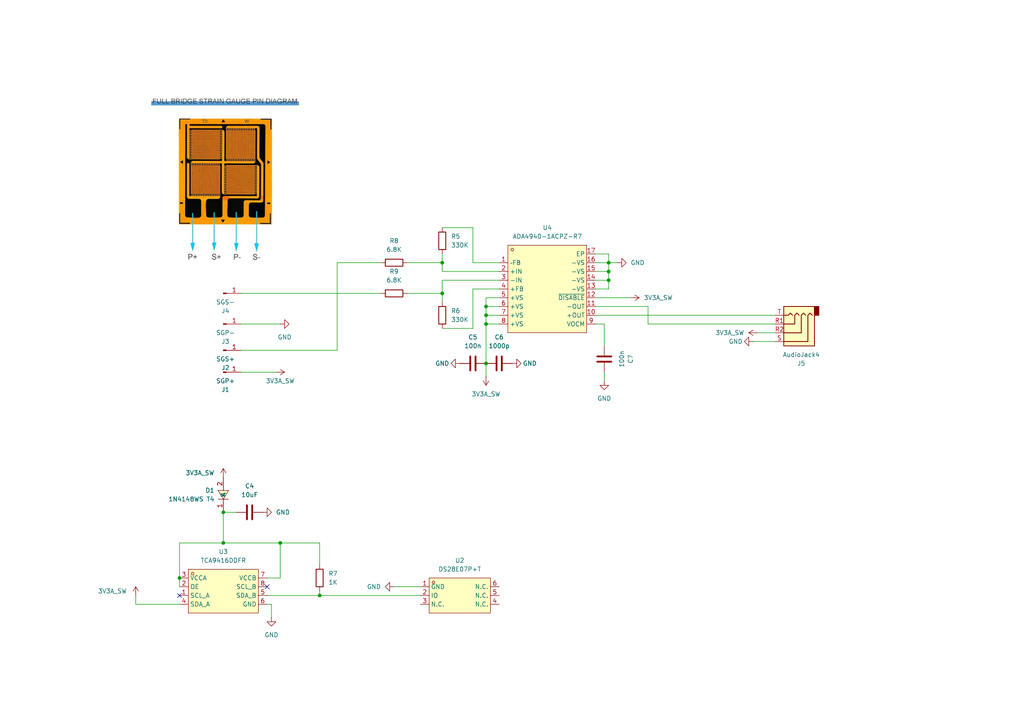
<source format=kicad_sch>
(kicad_sch (version 20231120) (generator "eeschema") (generator_version "8.0")
  (paper "A4")
  (lib_symbols
    (symbol "Connector:Conn_01x01_Pin" (pin_names (offset 1.016) hide)
      (property "Reference" "J" (at 0 2.54 0))
      (property "Value" "Conn_01x01_Pin" (at 0 -2.54 0))
      (symbol "Conn_01x01_Pin_1_1"
        (polyline (pts (xy 1.27 0) (xy 0.8636 0)) (stroke (width 0.1524)))
        (rectangle (start 0.8636 0.127) (end 0 -0.127) (stroke (width 0.1524)) (fill (type outline)))
        (pin passive line (at 5.08 0 180) (length 3.81) (name "Pin_1") (number "1"))
      )
    )
    (symbol "Connector_Audio:AudioJack4"
      (property "Reference" "J" (at 0 8.89 0))
      (property "Value" "AudioJack4" (at 0 6.35 0))
      (symbol "AudioJack4_0_1"
        (rectangle (start -6.35 -5.08) (end -7.62 -7.62) (stroke (width 0.254)) (fill (type outline)))
        (polyline (pts (xy 0 -5.08) (xy 0.635 -5.715) (xy 1.27 -5.08) (xy 2.54 -5.08)) (stroke (width 0.254)))
        (polyline (pts (xy -5.715 -5.08) (xy -5.08 -5.715) (xy -4.445 -5.08) (xy -4.445 2.54) (xy 2.54 2.54)) (stroke (width 0.254)))
        (polyline (pts (xy -1.905 -5.08) (xy -1.27 -5.715) (xy -0.635 -5.08) (xy -0.635 -2.54) (xy 2.54 -2.54)) (stroke (width 0.254)))
        (polyline (pts (xy 2.54 0) (xy -2.54 0) (xy -2.54 -5.08) (xy -3.175 -5.715) (xy -3.81 -5.08)) (stroke (width 0.254)))
        (rectangle (start 2.54 3.81) (end -6.35 -7.62) (stroke (width 0.254)) (fill (type background)))
      )
      (symbol "AudioJack4_1_1"
        (pin passive line (at 5.08 -2.54 180) (length 2.54) (name "~") (number "R1"))
        (pin passive line (at 5.08 0 180) (length 2.54) (name "~") (number "R2"))
        (pin passive line (at 5.08 2.54 180) (length 2.54) (name "~") (number "S"))
        (pin passive line (at 5.08 -5.08 180) (length 2.54) (name "~") (number "T"))
      )
    )
    (symbol "Device:C" (pin_numbers hide) (pin_names (offset 0.254))
      (property "Reference" "C" (at 0.635 2.54 0))
      (property "Value" "C" (at 0.635 -2.54 0))
      (symbol "C_0_1"
        (polyline (pts (xy -2.032 -0.762) (xy 2.032 -0.762)) (stroke (width 0.508)))
        (polyline (pts (xy -2.032 0.762) (xy 2.032 0.762)) (stroke (width 0.508)))
      )
      (symbol "C_1_1"
        (pin passive line (at 0 3.81 270) (length 2.794) (name "~") (number "1"))
        (pin passive line (at 0 -3.81 90) (length 2.794) (name "~") (number "2"))
      )
    )
    (symbol "Device:R" (pin_numbers hide) (pin_names (offset 0))
      (property "Reference" "R" (at 2.032 0 90))
      (property "Value" "R" (at 0 0 90))
      (symbol "R_0_1"
        (rectangle (start -1.016 -2.54) (end 1.016 2.54) (stroke (width 0.254)))
      )
      (symbol "R_1_1"
        (pin passive line (at 0 3.81 270) (length 1.27) (name "~") (number "1"))
        (pin passive line (at 0 -3.81 90) (length 1.27) (name "~") (number "2"))
      )
    )
    (symbol "Rocketry_Easyeda:1N4148WST4"
      (property "Reference" "D" (at 0 5.08 0))
      (property "Value" "1N4148WS T4" (at 0 -5.08 0))
      (symbol "1N4148WST4_0_1"
        (polyline (pts (xy -1.27 -1.52) (xy -1.27 1.52)))
        (polyline (pts (xy 1.27 1.52) (xy -1.27 0) (xy 1.27 -1.52) (xy 1.27 1.52)) (fill (type background)))
        (pin unspecified line (at -5.08 0 0) (length 3.81) (name "K") (number "1"))
        (pin unspecified line (at 5.08 0 180) (length 3.81) (name "A") (number "2"))
      )
    )
    (symbol "Rocketry_Easyeda:ADA4940-1ACPZ-R7"
      (property "Reference" "U" (at 0 15.24 0))
      (property "Value" "ADA4940-1ACPZ-R7" (at 0 -15.24 0))
      (symbol "ADA4940-1ACPZ-R7_0_1"
        (rectangle (start -11.43 12.7) (end 11.43 -12.7) (fill (type background)))
        (circle (center -10.16 11.43) (radius 0.38))
        (pin unspecified line (at -13.97 7.62 0) (length 2.54) (name "–FB") (number "1"))
        (pin unspecified line (at 13.97 -7.62 180) (length 2.54) (name "+OUT") (number "10"))
        (pin unspecified line (at 13.97 -5.08 180) (length 2.54) (name "-OUT") (number "11"))
        (pin unspecified line (at 13.97 -2.54 180) (length 2.54) (name "~{DISABLE}") (number "12"))
        (pin unspecified line (at 13.97 0 180) (length 2.54) (name "-VS") (number "13"))
        (pin unspecified line (at 13.97 2.54 180) (length 2.54) (name "-VS") (number "14"))
        (pin unspecified line (at 13.97 5.08 180) (length 2.54) (name "-VS") (number "15"))
        (pin unspecified line (at 13.97 7.62 180) (length 2.54) (name "-VS") (number "16"))
        (pin unspecified line (at 13.97 10.16 180) (length 2.54) (name "EP") (number "17"))
        (pin unspecified line (at -13.97 5.08 0) (length 2.54) (name "+IN") (number "2"))
        (pin unspecified line (at -13.97 2.54 0) (length 2.54) (name "-IN") (number "3"))
        (pin unspecified line (at -13.97 0 0) (length 2.54) (name "+FB") (number "4"))
        (pin unspecified line (at -13.97 -2.54 0) (length 2.54) (name "+VS") (number "5"))
        (pin unspecified line (at -13.97 -5.08 0) (length 2.54) (name "+VS") (number "6"))
        (pin unspecified line (at -13.97 -7.62 0) (length 2.54) (name "+VS") (number "7"))
        (pin unspecified line (at -13.97 -10.16 0) (length 2.54) (name "+VS") (number "8"))
        (pin unspecified line (at 13.97 -10.16 180) (length 2.54) (name "VOCM") (number "9"))
      )
    )
    (symbol "Rocketry_Easyeda:DS28E07P+T"
      (property "Reference" "U" (at 0 7.62 0))
      (property "Value" "DS28E07P+T" (at 0 -7.62 0))
      (symbol "DS28E07P+T_0_1"
        (rectangle (start -8.89 5.08) (end 8.89 -5.08) (fill (type background)))
        (circle (center -7.62 3.81) (radius 0.38))
        (pin unspecified line (at -11.43 2.54 0) (length 2.54) (name "GND") (number "1"))
        (pin unspecified line (at -11.43 0 0) (length 2.54) (name "IO") (number "2"))
        (pin unspecified line (at -11.43 -2.54 0) (length 2.54) (name "N.C.") (number "3"))
        (pin unspecified line (at 11.43 -2.54 180) (length 2.54) (name "N.C.") (number "4"))
        (pin unspecified line (at 11.43 0 180) (length 2.54) (name "N.C.") (number "5"))
        (pin unspecified line (at 11.43 2.54 180) (length 2.54) (name "N.C.") (number "6"))
      )
    )
    (symbol "Rocketry_Easyeda:TCA9416DDFR"
      (property "Reference" "U" (at 0 8.89 0))
      (property "Value" "TCA9416DDFR" (at 0 -8.89 0))
      (symbol "TCA9416DDFR_0_1"
        (rectangle (start -10.16 6.35) (end 10.16 -6.35) (fill (type background)))
        (circle (center -8.89 5.08) (radius 0.38))
        (pin unspecified line (at -12.7 -1.27 0) (length 2.54) (name "SCL_A") (number "1"))
        (pin unspecified line (at -12.7 1.27 0) (length 2.54) (name "OE") (number "2"))
        (pin unspecified line (at -12.7 3.81 0) (length 2.54) (name "VCCA") (number "3"))
        (pin unspecified line (at -12.7 -3.81 0) (length 2.54) (name "SDA_A") (number "4"))
        (pin unspecified line (at 12.7 -1.27 180) (length 2.54) (name "SDA_B") (number "5"))
        (pin unspecified line (at 12.7 -3.81 180) (length 2.54) (name "GND") (number "6"))
        (pin unspecified line (at 12.7 3.81 180) (length 2.54) (name "VCCB") (number "7"))
        (pin unspecified line (at 12.7 1.27 180) (length 2.54) (name "SCL_B") (number "8"))
      )
    )
    (symbol "power:+3.3V" (power) (pin_numbers hide) (pin_names (offset 0) hide)
      (property "Value" "+3.3V" (at 0 3.556 0))
      (symbol "+3.3V_0_1"
        (polyline (pts (xy -0.762 1.27) (xy 0 2.54)))
        (polyline (pts (xy 0 0) (xy 0 2.54)))
        (polyline (pts (xy 0 2.54) (xy 0.762 1.27)))
      )
      (symbol "+3.3V_1_1"
        (pin power_in line (at 0 0 90) (length 0) (name "~") (number "1"))
      )
    )
    (symbol "power:GND" (power) (pin_numbers hide) (pin_names (offset 0) hide)
      (property "Value" "GND" (at 0 -3.81 0))
      (symbol "GND_0_1"
        (polyline (pts (xy 0 0) (xy 0 -1.27) (xy 1.27 -1.27) (xy 0 -2.54) (xy -1.27 -1.27) (xy 0 -1.27)))
      )
      (symbol "GND_1_1"
        (pin power_in line (at 0 0 270) (length 0) (name "~") (number "1"))
      )
    )
  )
  (junction (at 128.27 85.09))
  (junction (at 140.97 88.9))
  (junction (at 64.77 157.48))
  (junction (at 176.53 76.2))
  (junction (at 92.71 172.72))
  (junction (at 140.97 105.41))
  (junction (at 176.53 81.28))
  (junction (at 81.28 157.48))
  (junction (at 140.97 91.44))
  (junction (at 52.07 167.64))
  (junction (at 140.97 93.98))
  (junction (at 64.77 148.59))
  (junction (at 128.27 76.2))
  (junction (at 176.53 78.74))
  (no_connect (at 52.07 172.72))
  (no_connect (at 77.47 170.18))
  (wire (pts (xy 137.16 76.2) (xy 144.78 76.2)))
  (wire (pts (xy 176.53 76.2) (xy 179.07 76.2)))
  (wire (pts (xy 175.26 100.33) (xy 175.26 93.98)))
  (wire (pts (xy 64.77 157.48) (xy 52.07 157.48)))
  (wire (pts (xy 137.16 66.04) (xy 137.16 76.2)))
  (wire (pts (xy 52.07 167.64) (xy 52.07 170.18)))
  (wire (pts (xy 78.74 179.07) (xy 78.74 175.26)))
  (wire (pts (xy 128.27 76.2) (xy 128.27 73.66)))
  (wire (pts (xy 114.3 170.18) (xy 121.92 170.18)))
  (wire (pts (xy 81.28 157.48) (xy 64.77 157.48)))
  (wire (pts (xy 64.77 148.59) (xy 68.58 148.59)))
  (wire (pts (xy 137.16 95.25) (xy 137.16 83.82)))
  (wire (pts (xy 175.26 93.98) (xy 172.72 93.98)))
  (wire (pts (xy 172.72 76.2) (xy 176.53 76.2)))
  (wire (pts (xy 80.01 107.95) (xy 69.85 107.95)))
  (wire (pts (xy 172.72 73.66) (xy 176.53 73.66)))
  (wire (pts (xy 172.72 83.82) (xy 176.53 83.82)))
  (wire (pts (xy 128.27 78.74) (xy 128.27 76.2)))
  (wire (pts (xy 69.85 93.98) (xy 81.28 93.98)))
  (wire (pts (xy 144.78 78.74) (xy 128.27 78.74)))
  (wire (pts (xy 92.71 163.83) (xy 92.71 157.48)))
  (wire (pts (xy 92.71 157.48) (xy 81.28 157.48)))
  (wire (pts (xy 187.96 93.98) (xy 187.96 88.9)))
  (wire (pts (xy 97.79 101.6) (xy 97.79 76.2)))
  (wire (pts (xy 187.96 93.98) (xy 224.79 93.98)))
  (wire (pts (xy 78.74 175.26) (xy 77.47 175.26)))
  (wire (pts (xy 39.37 172.72) (xy 39.37 175.26)))
  (wire (pts (xy 140.97 86.36) (xy 144.78 86.36)))
  (wire (pts (xy 64.77 148.59) (xy 64.77 157.48)))
  (wire (pts (xy 92.71 172.72) (xy 121.92 172.72)))
  (wire (pts (xy 176.53 78.74) (xy 176.53 81.28)))
  (wire (pts (xy 140.97 93.98) (xy 140.97 105.41)))
  (wire (pts (xy 92.71 172.72) (xy 77.47 172.72)))
  (wire (pts (xy 176.53 73.66) (xy 176.53 76.2)))
  (wire (pts (xy 172.72 81.28) (xy 176.53 81.28)))
  (wire (pts (xy 128.27 95.25) (xy 137.16 95.25)))
  (wire (pts (xy 140.97 88.9) (xy 144.78 88.9)))
  (wire (pts (xy 224.79 99.06) (xy 218.44 99.06)))
  (wire (pts (xy 176.53 76.2) (xy 176.53 78.74)))
  (wire (pts (xy 140.97 105.41) (xy 140.97 109.22)))
  (wire (pts (xy 224.79 96.52) (xy 219.71 96.52)))
  (wire (pts (xy 77.47 167.64) (xy 81.28 167.64)))
  (wire (pts (xy 172.72 86.36) (xy 182.88 86.36)))
  (wire (pts (xy 140.97 91.44) (xy 140.97 93.98)))
  (wire (pts (xy 140.97 86.36) (xy 140.97 88.9)))
  (wire (pts (xy 187.96 88.9) (xy 172.72 88.9)))
  (wire (pts (xy 172.72 91.44) (xy 224.79 91.44)))
  (wire (pts (xy 140.97 93.98) (xy 144.78 93.98)))
  (wire (pts (xy 137.16 83.82) (xy 144.78 83.82)))
  (wire (pts (xy 69.85 101.6) (xy 97.79 101.6)))
  (wire (pts (xy 176.53 81.28) (xy 176.53 83.82)))
  (wire (pts (xy 172.72 78.74) (xy 176.53 78.74)))
  (wire (pts (xy 97.79 76.2) (xy 110.49 76.2)))
  (wire (pts (xy 140.97 88.9) (xy 140.97 91.44)))
  (wire (pts (xy 118.11 76.2) (xy 128.27 76.2)))
  (wire (pts (xy 81.28 167.64) (xy 81.28 157.48)))
  (wire (pts (xy 144.78 81.28) (xy 128.27 81.28)))
  (wire (pts (xy 128.27 85.09) (xy 128.27 87.63)))
  (wire (pts (xy 128.27 66.04) (xy 137.16 66.04)))
  (wire (pts (xy 128.27 81.28) (xy 128.27 85.09)))
  (wire (pts (xy 175.26 110.49) (xy 175.26 107.95)))
  (wire (pts (xy 52.07 157.48) (xy 52.07 167.64)))
  (wire (pts (xy 92.71 171.45) (xy 92.71 172.72)))
  (wire (pts (xy 39.37 175.26) (xy 52.07 175.26)))
  (wire (pts (xy 118.11 85.09) (xy 128.27 85.09)))
  (wire (pts (xy 69.85 85.09) (xy 110.49 85.09)))
  (wire (pts (xy 144.78 91.44) (xy 140.97 91.44)))
  (image (at 64.77 52.07) (scale 0.47359))
  (symbol (lib_id "power:+3.3V") (at 39.37 172.72 0) (unit 1)
    (property "Reference" "#PWR018" (effects (hide yes)))
    (property "Value" "3V3A_SW" (at 36.83 171.4499 0) (effects (justify right)))
    (property "Description" "Power symbol creates a global label with name \"+3.3V\"" (effects (hide yes)))
  )
  (symbol (lib_id "Device:C") (at 137.16 105.41 270) (unit 1)
    (property "Reference" "C5" (at 137.16 97.79 90))
    (property "Value" "100n" (at 137.16 100.33 90))
    (property "Footprint" "Capacitor_SMD:C_0402_1005Metric" (effects (hide yes)))
    (property "Description" "Unpolarized capacitor" (effects (hide yes)))
  )
  (symbol (lib_id "Device:C") (at 144.78 105.41 270) (unit 1)
    (property "Reference" "C6" (at 144.78 97.79 90))
    (property "Value" "1000p" (at 144.78 100.33 90))
    (property "Footprint" "Capacitor_SMD:C_0402_1005Metric" (effects (hide yes)))
    (property "Description" "Unpolarized capacitor" (effects (hide yes)))
  )
  (symbol (lib_id "power:GND") (at 175.26 110.49 0) (unit 1)
    (property "Reference" "#PWR021" (effects (hide yes)))
    (property "Value" "GND" (at 175.26 115.57 0))
    (property "Description" "Power symbol creates a global label with name \"GND\" , ground" (effects (hide yes)))
  )
  (symbol (lib_id "Device:R") (at 128.27 69.85 180) (unit 1)
    (property "Reference" "R5" (at 130.81 68.5799 0) (effects (justify right)))
    (property "Value" "330K" (at 130.81 71.1199 0) (effects (justify right)))
    (property "Footprint" "Resistor_SMD:R_0603_1608Metric_Pad0.98x0.95mm_HandSolder" (effects (hide yes)))
    (property "Description" "Resistor" (effects (hide yes)))
  )
  (symbol (lib_id "Connector_Audio:AudioJack4") (at 229.87 96.52 180) (unit 1)
    (property "Reference" "J5" (at 232.41 105.41 0))
    (property "Value" "AudioJack4" (at 232.41 102.87 0))
    (property "Footprint" "Rocketry_Manual:AUDIO-TH_PJ-320A-4P-DIP" (effects (hide yes)))
    (property "Description" "Audio Jack, 4 Poles (TRRS)" (effects (hide yes)))
  )
  (symbol (lib_id "Connector:Conn_01x01_Pin") (at 64.77 85.09 0) (unit 1)
    (property "Reference" "J4" (at 65.405 90.17 0))
    (property "Value" "SGS-" (at 65.405 87.63 0))
    (property "Footprint" "Connector_Wire:SolderWirePad_1x01_SMD_1x2mm" (effects (hide yes)))
    (property "Description" "Generic connector, single row, 01x01, script generated" (effects (hide yes)))
  )
  (symbol (lib_id "power:GND") (at 81.28 93.98 90) (mirror x) (unit 1)
    (property "Reference" "#PWR011" (effects (hide yes)))
    (property "Value" "GND" (at 82.55 97.79 90))
    (property "Description" "Power symbol creates a global label with name \"GND\" , ground" (effects (hide yes)))
  )
  (symbol (lib_id "power:GND") (at 148.59 105.41 90) (unit 1)
    (property "Reference" "#PWR015" (effects (hide yes)))
    (property "Value" "GND" (at 153.67 105.41 90))
    (property "Description" "Power symbol creates a global label with name \"GND\" , ground" (effects (hide yes)))
  )
  (symbol (lib_id "Rocketry_Easyeda:DS28E07P+T") (at 133.35 172.72 0) (unit 1)
    (property "Reference" "U2" (at 133.35 162.56 0))
    (property "Value" "DS28E07P+T" (at 133.35 165.1 0))
    (property "Footprint" "Rocketry_Easyeda:TSOC-6_L3.9-W4.3-P1.27-BL" (effects (hide yes)))
    (property "LCSC Part" "C2063921" (effects (hide yes)))
  )
  (symbol (lib_id "Device:R") (at 128.27 91.44 180) (unit 1)
    (property "Reference" "R6" (at 130.81 90.1699 0) (effects (justify right)))
    (property "Value" "330K" (at 130.81 92.7099 0) (effects (justify right)))
    (property "Footprint" "Resistor_SMD:R_0603_1608Metric_Pad0.98x0.95mm_HandSolder" (effects (hide yes)))
    (property "Description" "Resistor" (effects (hide yes)))
  )
  (symbol (lib_id "Device:R") (at 114.3 76.2 90) (unit 1)
    (property "Reference" "R8" (at 114.3 69.85 90))
    (property "Value" "6.8K" (at 114.3 72.39 90))
    (property "Footprint" "Resistor_SMD:R_0603_1608Metric_Pad0.98x0.95mm_HandSolder" (effects (hide yes)))
    (property "Description" "Resistor" (effects (hide yes)))
  )
  (symbol (lib_id "Rocketry_Easyeda:ADA4940-1ACPZ-R7") (at 158.75 83.82 0) (unit 1)
    (property "Reference" "U4" (at 158.75 66.04 0))
    (property "Value" "ADA4940-1ACPZ-R7" (at 158.75 68.58 0))
    (property "Footprint" "Rocketry_Easyeda:LFCSP-16_L3.0-W3.0-P0.50-BL-EP1.3" (effects (hide yes)))
    (property "LCSC Part" "C468516" (effects (hide yes)))
  )
  (symbol (lib_id "power:+3.3V") (at 80.01 107.95 270) (mirror x) (unit 1)
    (property "Reference" "#PWR012" (effects (hide yes)))
    (property "Value" "3V3A_SW" (at 81.28 110.49 90))
    (property "Description" "Power symbol creates a global label with name \"+3.3V\"" (effects (hide yes)))
  )
  (symbol (lib_id "power:GND") (at 76.2 148.59 90) (unit 1)
    (property "Reference" "#PWR016" (effects (hide yes)))
    (property "Value" "GND" (at 80.01 148.5899 90) (effects (justify right)))
    (property "Description" "Power symbol creates a global label with name \"GND\" , ground" (effects (hide yes)))
  )
  (symbol (lib_id "Device:C") (at 175.26 104.14 0) (unit 1)
    (property "Reference" "C7" (at 182.88 104.14 90))
    (property "Value" "100n" (at 180.34 104.14 90))
    (property "Footprint" "Capacitor_SMD:C_0402_1005Metric" (effects (hide yes)))
    (property "Description" "Unpolarized capacitor" (effects (hide yes)))
  )
  (symbol (lib_id "Device:C") (at 72.39 148.59 90) (unit 1)
    (property "Reference" "C4" (at 72.39 140.97 90))
    (property "Value" "10uF" (at 72.39 143.51 90))
    (property "Footprint" "Capacitor_SMD:C_0402_1005Metric" (effects (hide yes)))
    (property "Description" "Unpolarized capacitor" (effects (hide yes)))
  )
  (symbol (lib_id "Device:R") (at 92.71 167.64 180) (unit 1)
    (property "Reference" "R7" (at 95.25 166.3699 0) (effects (justify right)))
    (property "Value" "1K" (at 95.25 168.9099 0) (effects (justify right)))
    (property "Footprint" "Resistor_SMD:R_0402_1005Metric" (effects (hide yes)))
    (property "Description" "Resistor" (effects (hide yes)))
  )
  (symbol (lib_id "Connector:Conn_01x01_Pin") (at 64.77 107.95 0) (unit 1)
    (property "Reference" "J1" (at 65.405 113.03 0))
    (property "Value" "SGP+" (at 65.405 110.49 0))
    (property "Footprint" "Connector_Wire:SolderWirePad_1x01_SMD_1x2mm" (effects (hide yes)))
    (property "Description" "Generic connector, single row, 01x01, script generated" (effects (hide yes)))
  )
  (symbol (lib_id "Rocketry_Easyeda:1N4148WST4") (at 64.77 143.51 270) (mirror x) (unit 1)
    (property "Reference" "D1" (at 62.23 142.2399 90) (effects (justify right)))
    (property "Value" "1N4148WS T4" (at 62.23 144.7799 90) (effects (justify right)))
    (property "Footprint" "Rocketry_Easyeda:SOD-323_L1.8-W1.3-LS2.5-RD" (effects (hide yes)))
    (property "Datasheet" "https://lcsc.com/product-detail/Switching-Diode_1N4148WS-T4_C2128.html" (effects (hide yes)))
    (property "LCSC Part" "C2128" (effects (hide yes)))
  )
  (symbol (lib_id "Connector:Conn_01x01_Pin") (at 64.77 93.98 0) (unit 1)
    (property "Reference" "J3" (at 65.405 99.06 0))
    (property "Value" "SGP-" (at 65.405 96.52 0))
    (property "Footprint" "Connector_Wire:SolderWirePad_1x01_SMD_1x2mm" (effects (hide yes)))
    (property "Description" "Generic connector, single row, 01x01, script generated" (effects (hide yes)))
  )
  (symbol (lib_id "power:+3.3V") (at 140.97 109.22 0) (mirror x) (unit 1)
    (property "Reference" "#PWR014" (effects (hide yes)))
    (property "Value" "3V3A_SW" (at 140.97 114.3 0))
    (property "Description" "Power symbol creates a global label with name \"+3.3V\"" (effects (hide yes)))
  )
  (symbol (lib_id "power:GND") (at 179.07 76.2 90) (unit 1)
    (property "Reference" "#PWR019" (effects (hide yes)))
    (property "Value" "GND" (at 182.88 76.1999 90) (effects (justify right)))
    (property "Description" "Power symbol creates a global label with name \"GND\" , ground" (effects (hide yes)))
  )
  (symbol (lib_id "power:+3.3V") (at 219.71 96.52 90) (mirror x) (unit 1)
    (property "Reference" "#PWR01" (effects (hide yes)))
    (property "Value" "3V3A_SW" (at 215.9 96.5201 90) (effects (justify left)))
    (property "Description" "Power symbol creates a global label with name \"+3.3V\"" (effects (hide yes)))
  )
  (symbol (lib_id "power:GND") (at 114.3 170.18 270) (unit 1)
    (property "Reference" "#PWR010" (effects (hide yes)))
    (property "Value" "GND" (at 110.49 170.1799 90) (effects (justify right)))
    (property "Description" "Power symbol creates a global label with name \"GND\" , ground" (effects (hide yes)))
  )
  (symbol (lib_id "power:+3.3V") (at 64.77 138.43 0) (unit 1)
    (property "Reference" "#PWR05" (effects (hide yes)))
    (property "Value" "3V3A_SW" (at 62.23 137.1599 0) (effects (justify right)))
    (property "Description" "Power symbol creates a global label with name \"+3.3V\"" (effects (hide yes)))
  )
  (symbol (lib_id "Rocketry_Easyeda:TCA9416DDFR") (at 64.77 171.45 0) (unit 1)
    (property "Reference" "U3" (at 64.77 160.02 0))
    (property "Value" "TCA9416DDFR" (at 64.77 162.56 0))
    (property "Footprint" "Rocketry_Easyeda:TSOT-23-8_L2.9-W1.6-P0.65-LS2.8-BR" (effects (hide yes)))
    (property "LCSC Part" "C4364143" (effects (hide yes)))
  )
  (symbol (lib_id "power:GND") (at 78.74 179.07 0) (unit 1)
    (property "Reference" "#PWR017" (effects (hide yes)))
    (property "Value" "GND" (at 78.74 184.15 0))
    (property "Description" "Power symbol creates a global label with name \"GND\" , ground" (effects (hide yes)))
  )
  (symbol (lib_id "power:GND") (at 133.35 105.41 270) (unit 1)
    (property "Reference" "#PWR013" (effects (hide yes)))
    (property "Value" "GND" (at 128.27 105.41 90))
    (property "Description" "Power symbol creates a global label with name \"GND\" , ground" (effects (hide yes)))
  )
  (symbol (lib_id "power:+3.3V") (at 182.88 86.36 270) (mirror x) (unit 1)
    (property "Reference" "#PWR020" (effects (hide yes)))
    (property "Value" "3V3A_SW" (at 186.69 86.3599 90) (effects (justify left)))
    (property "Description" "Power symbol creates a global label with name \"+3.3V\"" (effects (hide yes)))
  )
  (symbol (lib_id "Connector:Conn_01x01_Pin") (at 64.77 101.6 0) (unit 1)
    (property "Reference" "J2" (at 65.405 106.68 0))
    (property "Value" "SGS+" (at 65.405 104.14 0))
    (property "Footprint" "Connector_Wire:SolderWirePad_1x01_SMD_1x2mm" (effects (hide yes)))
    (property "Description" "Generic connector, single row, 01x01, script generated" (effects (hide yes)))
  )
  (symbol (lib_id "power:GND") (at 218.44 99.06 270) (unit 1)
    (property "Reference" "#PWR02" (effects (hide yes)))
    (property "Value" "GND" (at 213.36 99.06 90))
    (property "Description" "Power symbol creates a global label with name \"GND\" , ground" (effects (hide yes)))
  )
  (symbol (lib_id "Device:R") (at 114.3 85.09 270) (unit 1)
    (property "Reference" "R9" (at 114.3 78.74 90))
    (property "Value" "6.8K" (at 114.3 81.28 90))
    (property "Footprint" "Resistor_SMD:R_0603_1608Metric_Pad0.98x0.95mm_HandSolder" (effects (hide yes)))
    (property "Description" "Resistor" (effects (hide yes)))
  )
)
</source>
